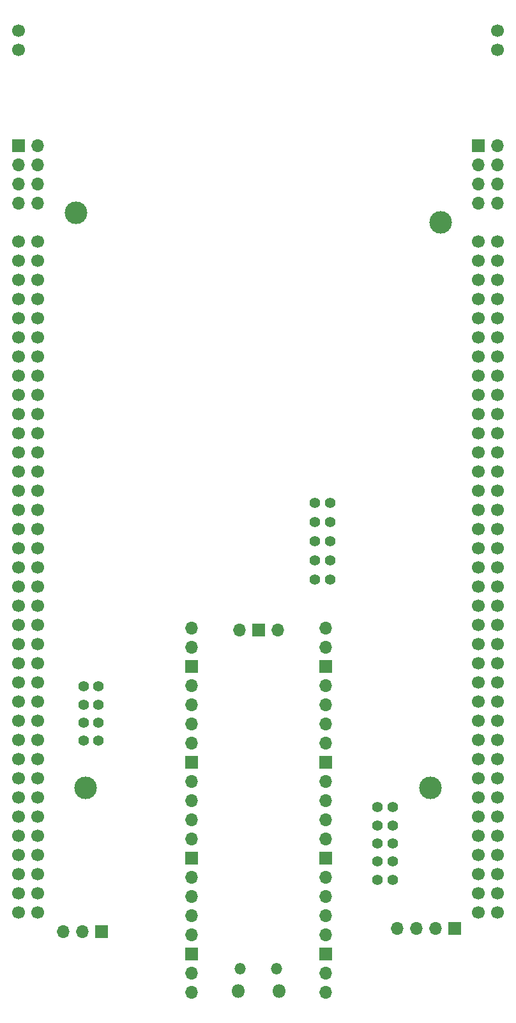
<source format=gbr>
%TF.GenerationSoftware,KiCad,Pcbnew,(6.0.7-1)-1*%
%TF.CreationDate,2022-08-23T13:00:43-05:00*%
%TF.ProjectId,NR1B-analog,4e523142-2d61-46e6-916c-6f672e6b6963,rev?*%
%TF.SameCoordinates,Original*%
%TF.FileFunction,Soldermask,Bot*%
%TF.FilePolarity,Negative*%
%FSLAX46Y46*%
G04 Gerber Fmt 4.6, Leading zero omitted, Abs format (unit mm)*
G04 Created by KiCad (PCBNEW (6.0.7-1)-1) date 2022-08-23 13:00:43*
%MOMM*%
%LPD*%
G01*
G04 APERTURE LIST*
%ADD10C,1.400000*%
%ADD11O,1.500000X1.500000*%
%ADD12O,1.800000X1.800000*%
%ADD13O,1.700000X1.700000*%
%ADD14R,1.700000X1.700000*%
%ADD15C,3.000000*%
%ADD16C,1.700000*%
G04 APERTURE END LIST*
D10*
%TO.C,TP3*%
X61400000Y-114700000D03*
X63400000Y-114700000D03*
%TD*%
%TO.C,SCK_DAC1*%
X92100000Y-85540000D03*
X94100000Y-85540000D03*
%TD*%
%TO.C,TP2*%
X63400000Y-112300000D03*
X61400000Y-112300000D03*
%TD*%
%TO.C,SCK_SYS1*%
X100400000Y-130700000D03*
X102400000Y-130700000D03*
%TD*%
%TO.C,TP4*%
X63400000Y-117100000D03*
X61400000Y-117100000D03*
%TD*%
D11*
%TO.C,U5*%
X82175000Y-147250000D03*
D12*
X81875000Y-150280000D03*
X87325000Y-150280000D03*
D11*
X87025000Y-147250000D03*
D13*
X93490000Y-150410000D03*
X93490000Y-147870000D03*
D14*
X93490000Y-145330000D03*
D13*
X93490000Y-142790000D03*
X93490000Y-140250000D03*
X93490000Y-137710000D03*
X93490000Y-135170000D03*
D14*
X93490000Y-132630000D03*
D13*
X93490000Y-130090000D03*
X93490000Y-127550000D03*
X93490000Y-125010000D03*
X93490000Y-122470000D03*
D14*
X93490000Y-119930000D03*
D13*
X93490000Y-117390000D03*
X93490000Y-114850000D03*
X93490000Y-112310000D03*
X93490000Y-109770000D03*
D14*
X93490000Y-107230000D03*
D13*
X93490000Y-104690000D03*
X93490000Y-102150000D03*
X75710000Y-102150000D03*
X75710000Y-104690000D03*
D14*
X75710000Y-107230000D03*
D13*
X75710000Y-109770000D03*
X75710000Y-112310000D03*
X75710000Y-114850000D03*
X75710000Y-117390000D03*
D14*
X75710000Y-119930000D03*
D13*
X75710000Y-122470000D03*
X75710000Y-125010000D03*
X75710000Y-127550000D03*
X75710000Y-130090000D03*
D14*
X75710000Y-132630000D03*
D13*
X75710000Y-135170000D03*
X75710000Y-137710000D03*
X75710000Y-140250000D03*
X75710000Y-142790000D03*
D14*
X75710000Y-145330000D03*
D13*
X75710000Y-147870000D03*
X75710000Y-150410000D03*
X87140000Y-102380000D03*
D14*
X84600000Y-102380000D03*
D13*
X82060000Y-102380000D03*
%TD*%
D10*
%TO.C,MISO_SYS1*%
X102400000Y-128300000D03*
X100400000Y-128300000D03*
%TD*%
%TO.C,MISO_DAC1*%
X94100000Y-88080000D03*
X92100000Y-88080000D03*
%TD*%
%TO.C,MOSI_SYS1*%
X100400000Y-135500000D03*
X102400000Y-135500000D03*
%TD*%
D14*
%TO.C,J1*%
X113766600Y-38227000D03*
D13*
X116306600Y-38227000D03*
X113766600Y-40767000D03*
X116306600Y-40767000D03*
X113766600Y-43307000D03*
X116306600Y-43307000D03*
X113766600Y-45847000D03*
X116306600Y-45847000D03*
%TD*%
D14*
%TO.C,J8*%
X110610000Y-141925000D03*
D13*
X108070000Y-141925000D03*
X105530000Y-141925000D03*
X102990000Y-141925000D03*
%TD*%
D14*
%TO.C,J3*%
X63825000Y-142405000D03*
D13*
X61285000Y-142405000D03*
X58745000Y-142405000D03*
%TD*%
D15*
%TO.C,X1*%
X61696600Y-123317000D03*
X108706600Y-48427000D03*
X60426600Y-47117000D03*
X107406600Y-123327000D03*
D16*
X52806600Y-50927000D03*
X55346600Y-50927000D03*
X52806600Y-53467000D03*
X55346600Y-53467000D03*
X52806600Y-56007000D03*
X55346600Y-56007000D03*
X52806600Y-58547000D03*
X55346600Y-58547000D03*
X52806600Y-61087000D03*
X55346600Y-61087000D03*
X52806600Y-63627000D03*
X55346600Y-63627000D03*
X52806600Y-66167000D03*
X55346600Y-66167000D03*
X52806600Y-68707000D03*
X55346600Y-68707000D03*
X52806600Y-71247000D03*
X55346600Y-71247000D03*
X52806600Y-73787000D03*
X55346600Y-73787000D03*
X52806600Y-76327000D03*
X55346600Y-76327000D03*
X52806600Y-78867000D03*
X55346600Y-78867000D03*
X52806600Y-81407000D03*
X55346600Y-81407000D03*
X52806600Y-83947000D03*
X55346600Y-83947000D03*
X52806600Y-86487000D03*
X55346600Y-86487000D03*
X52806600Y-89027000D03*
X55346600Y-89027000D03*
X52806600Y-91567000D03*
X55346600Y-91567000D03*
X52806600Y-94107000D03*
X55346600Y-94107000D03*
X52806600Y-96647000D03*
X55346600Y-96647000D03*
X52806600Y-99187000D03*
X55346600Y-99187000D03*
X52806600Y-101727000D03*
X55346600Y-101727000D03*
X52806600Y-104267000D03*
X55346600Y-104267000D03*
X52806600Y-106807000D03*
X55346600Y-106807000D03*
X52806600Y-109347000D03*
X55346600Y-109347000D03*
X52806600Y-111887000D03*
X55346600Y-111887000D03*
X52806600Y-114427000D03*
X55346600Y-114427000D03*
X52806600Y-116967000D03*
X55346600Y-116967000D03*
X52806600Y-119507000D03*
X55346600Y-119507000D03*
X52806600Y-122047000D03*
X55346600Y-122047000D03*
X52806600Y-124587000D03*
X55346600Y-124587000D03*
X52806600Y-127127000D03*
X55346600Y-127127000D03*
X52806600Y-129667000D03*
X55346600Y-129667000D03*
X52806600Y-132207000D03*
X55346600Y-132207000D03*
X52806600Y-134747000D03*
X55346600Y-134747000D03*
X52806600Y-137287000D03*
X55346600Y-137287000D03*
X52806600Y-139827000D03*
X55346600Y-139827000D03*
X113766600Y-50927000D03*
X116306600Y-50927000D03*
X113766600Y-53467000D03*
X116306600Y-53467000D03*
X113766600Y-56007000D03*
X116306600Y-56007000D03*
X113766600Y-58547000D03*
X116306600Y-58547000D03*
X113766600Y-61087000D03*
X116306600Y-61087000D03*
X113766600Y-63627000D03*
X116306600Y-63627000D03*
X113766600Y-66167000D03*
X116306600Y-66167000D03*
X113766600Y-68707000D03*
X116306600Y-68707000D03*
X113766600Y-71247000D03*
X116306600Y-71247000D03*
X113766600Y-73787000D03*
X116306600Y-73787000D03*
X113766600Y-76327000D03*
X116306600Y-76327000D03*
X113766600Y-78867000D03*
X116306600Y-78867000D03*
X113766600Y-81407000D03*
X116306600Y-81407000D03*
X113766600Y-83947000D03*
X116306600Y-83947000D03*
X113766600Y-86487000D03*
X116306600Y-86487000D03*
X113766600Y-89027000D03*
X116306600Y-89027000D03*
X113766600Y-91567000D03*
X116306600Y-91567000D03*
X113766600Y-94107000D03*
X116306600Y-94107000D03*
X113766600Y-96647000D03*
X116306600Y-96647000D03*
X113766600Y-99187000D03*
X116306600Y-99187000D03*
X113766600Y-101727000D03*
X116306600Y-101727000D03*
X113766600Y-104267000D03*
X116306600Y-104267000D03*
X113766600Y-106807000D03*
X116306600Y-106807000D03*
X113766600Y-109347000D03*
X116306600Y-109347000D03*
X113766600Y-111887000D03*
X116306600Y-111887000D03*
X113766600Y-114427000D03*
X116306600Y-114427000D03*
X113766600Y-116967000D03*
X116306600Y-116967000D03*
X113766600Y-119507000D03*
X116306600Y-119507000D03*
X113766600Y-122047000D03*
X116306600Y-122047000D03*
X113766600Y-124587000D03*
X116306600Y-124587000D03*
X113766600Y-127127000D03*
X116306600Y-127127000D03*
X113766600Y-129667000D03*
X116306600Y-129667000D03*
X113766600Y-132207000D03*
X116306600Y-132207000D03*
X113766600Y-134747000D03*
X116306600Y-134747000D03*
X113766600Y-137287000D03*
X116306600Y-137287000D03*
X113766600Y-139827000D03*
X116306600Y-139827000D03*
X52806600Y-22987000D03*
X52806600Y-25527000D03*
X116306600Y-22987000D03*
X116306600Y-25527000D03*
%TD*%
D10*
%TO.C,CS_DAC1*%
X92100000Y-95700000D03*
X94100000Y-95700000D03*
%TD*%
%TO.C,TP1*%
X61400000Y-109900000D03*
X63400000Y-109900000D03*
%TD*%
%TO.C,MOSI_DAC1*%
X94100000Y-90620000D03*
X92100000Y-90620000D03*
%TD*%
%TO.C,GND1*%
X100400000Y-125900000D03*
X102400000Y-125900000D03*
%TD*%
D14*
%TO.C,J2*%
X52806600Y-38227000D03*
D13*
X55346600Y-38227000D03*
X52806600Y-40767000D03*
X55346600Y-40767000D03*
X52806600Y-43307000D03*
X55346600Y-43307000D03*
X52806600Y-45847000D03*
X55346600Y-45847000D03*
%TD*%
D10*
%TO.C,CS_DAC0*%
X92100000Y-93160000D03*
X94100000Y-93160000D03*
%TD*%
%TO.C,CS_SYS1*%
X102400000Y-133100000D03*
X100400000Y-133100000D03*
%TD*%
M02*

</source>
